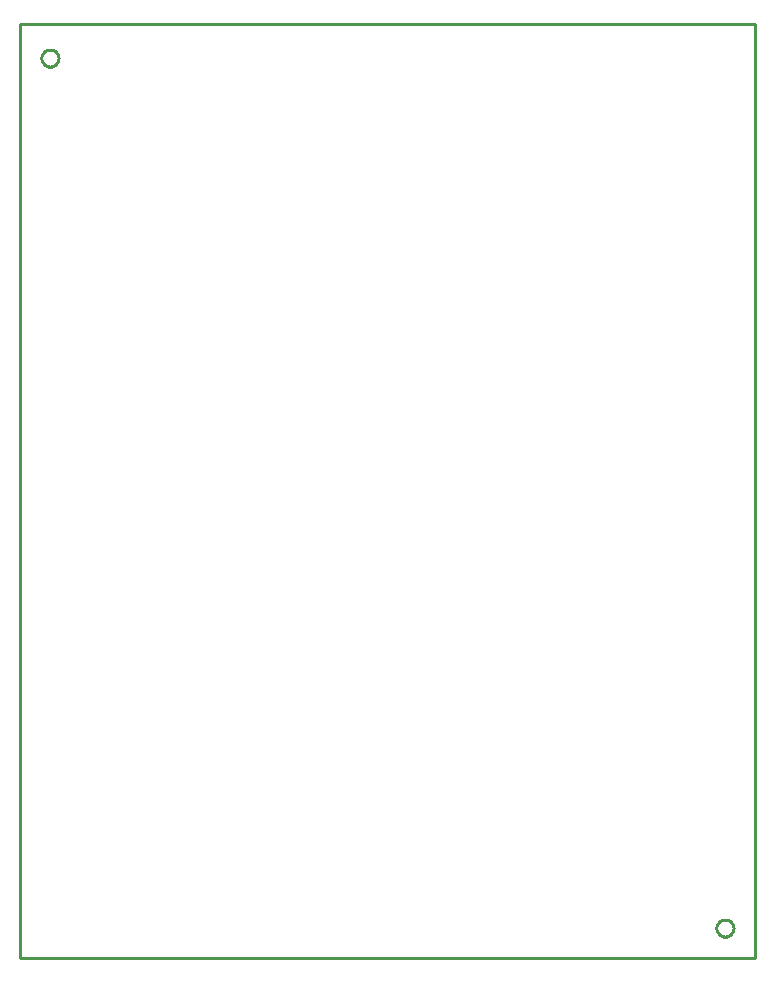
<source format=gbr>
G04 EAGLE Gerber RS-274X export*
G75*
%MOMM*%
%FSLAX34Y34*%
%LPD*%
%IN*%
%IPPOS*%
%AMOC8*
5,1,8,0,0,1.08239X$1,22.5*%
G01*
%ADD10C,0.254000*%


D10*
X0Y0D02*
X622100Y0D01*
X622100Y790450D01*
X0Y790450D01*
X0Y0D01*
X32650Y761644D02*
X32580Y760935D01*
X32441Y760236D01*
X32234Y759555D01*
X31962Y758897D01*
X31626Y758268D01*
X31230Y757676D01*
X30778Y757125D01*
X30275Y756622D01*
X29724Y756170D01*
X29132Y755774D01*
X28504Y755438D01*
X27845Y755166D01*
X27164Y754959D01*
X26465Y754820D01*
X25756Y754750D01*
X25044Y754750D01*
X24335Y754820D01*
X23636Y754959D01*
X22955Y755166D01*
X22297Y755438D01*
X21668Y755774D01*
X21076Y756170D01*
X20525Y756622D01*
X20022Y757125D01*
X19570Y757676D01*
X19174Y758268D01*
X18838Y758897D01*
X18566Y759555D01*
X18359Y760236D01*
X18220Y760935D01*
X18150Y761644D01*
X18150Y762356D01*
X18220Y763065D01*
X18359Y763764D01*
X18566Y764445D01*
X18838Y765104D01*
X19174Y765732D01*
X19570Y766324D01*
X20022Y766875D01*
X20525Y767378D01*
X21076Y767830D01*
X21668Y768226D01*
X22297Y768562D01*
X22955Y768834D01*
X23636Y769041D01*
X24335Y769180D01*
X25044Y769250D01*
X25756Y769250D01*
X26465Y769180D01*
X27164Y769041D01*
X27845Y768834D01*
X28504Y768562D01*
X29132Y768226D01*
X29724Y767830D01*
X30275Y767378D01*
X30778Y766875D01*
X31230Y766324D01*
X31626Y765732D01*
X31962Y765104D01*
X32234Y764445D01*
X32441Y763764D01*
X32580Y763065D01*
X32650Y762356D01*
X32650Y761644D01*
X604150Y25044D02*
X604080Y24335D01*
X603941Y23636D01*
X603734Y22955D01*
X603462Y22297D01*
X603126Y21668D01*
X602730Y21076D01*
X602278Y20525D01*
X601775Y20022D01*
X601224Y19570D01*
X600632Y19174D01*
X600004Y18838D01*
X599345Y18566D01*
X598664Y18359D01*
X597965Y18220D01*
X597256Y18150D01*
X596544Y18150D01*
X595835Y18220D01*
X595136Y18359D01*
X594455Y18566D01*
X593797Y18838D01*
X593168Y19174D01*
X592576Y19570D01*
X592025Y20022D01*
X591522Y20525D01*
X591070Y21076D01*
X590674Y21668D01*
X590338Y22297D01*
X590066Y22955D01*
X589859Y23636D01*
X589720Y24335D01*
X589650Y25044D01*
X589650Y25756D01*
X589720Y26465D01*
X589859Y27164D01*
X590066Y27845D01*
X590338Y28504D01*
X590674Y29132D01*
X591070Y29724D01*
X591522Y30275D01*
X592025Y30778D01*
X592576Y31230D01*
X593168Y31626D01*
X593797Y31962D01*
X594455Y32234D01*
X595136Y32441D01*
X595835Y32580D01*
X596544Y32650D01*
X597256Y32650D01*
X597965Y32580D01*
X598664Y32441D01*
X599345Y32234D01*
X600004Y31962D01*
X600632Y31626D01*
X601224Y31230D01*
X601775Y30778D01*
X602278Y30275D01*
X602730Y29724D01*
X603126Y29132D01*
X603462Y28504D01*
X603734Y27845D01*
X603941Y27164D01*
X604080Y26465D01*
X604150Y25756D01*
X604150Y25044D01*
M02*

</source>
